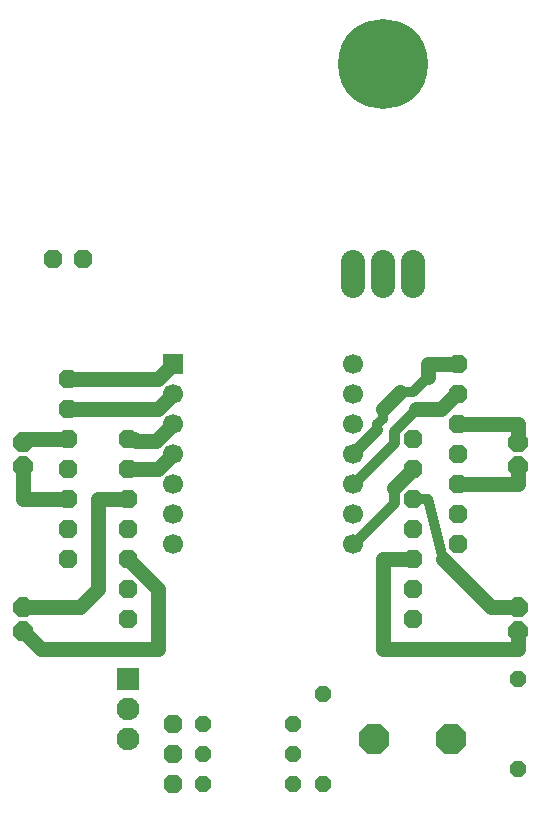
<source format=gbr>
%TF.GenerationSoftware,KiCad,Pcbnew,(6.0.8)*%
%TF.CreationDate,2023-05-05T16:47:41-05:00*%
%TF.ProjectId,MSoRo_v4.0_big_mode_RSC,4d536f52-6f5f-4763-942e-305f6269675f,rev?*%
%TF.SameCoordinates,Original*%
%TF.FileFunction,Copper,L16,Bot*%
%TF.FilePolarity,Positive*%
%FSLAX46Y46*%
G04 Gerber Fmt 4.6, Leading zero omitted, Abs format (unit mm)*
G04 Created by KiCad (PCBNEW (6.0.8)) date 2023-05-05 16:47:41*
%MOMM*%
%LPD*%
G01*
G04 APERTURE LIST*
G04 Aperture macros list*
%AMOutline5P*
0 Free polygon, 5 corners , with rotation*
0 The origin of the aperture is its center*
0 number of corners: always 5*
0 $1 to $10 corner X, Y*
0 $11 Rotation angle, in degrees counterclockwise*
0 create outline with 5 corners*
4,1,5,$1,$2,$3,$4,$5,$6,$7,$8,$9,$10,$1,$2,$11*%
%AMOutline6P*
0 Free polygon, 6 corners , with rotation*
0 The origin of the aperture is its center*
0 number of corners: always 6*
0 $1 to $12 corner X, Y*
0 $13 Rotation angle, in degrees counterclockwise*
0 create outline with 6 corners*
4,1,6,$1,$2,$3,$4,$5,$6,$7,$8,$9,$10,$11,$12,$1,$2,$13*%
%AMOutline7P*
0 Free polygon, 7 corners , with rotation*
0 The origin of the aperture is its center*
0 number of corners: always 7*
0 $1 to $14 corner X, Y*
0 $15 Rotation angle, in degrees counterclockwise*
0 create outline with 7 corners*
4,1,7,$1,$2,$3,$4,$5,$6,$7,$8,$9,$10,$11,$12,$13,$14,$1,$2,$15*%
%AMOutline8P*
0 Free polygon, 8 corners , with rotation*
0 The origin of the aperture is its center*
0 number of corners: always 8*
0 $1 to $16 corner X, Y*
0 $17 Rotation angle, in degrees counterclockwise*
0 create outline with 8 corners*
4,1,8,$1,$2,$3,$4,$5,$6,$7,$8,$9,$10,$11,$12,$13,$14,$15,$16,$1,$2,$17*%
G04 Aperture macros list end*
%TA.AperFunction,ComponentPad*%
%ADD10Outline8P,-0.800100X0.331412X-0.331412X0.800100X0.331412X0.800100X0.800100X0.331412X0.800100X-0.331412X0.331412X-0.800100X-0.331412X-0.800100X-0.800100X-0.331412X0.000000*%
%TD*%
%TA.AperFunction,ComponentPad*%
%ADD11C,1.700000*%
%TD*%
%TA.AperFunction,ComponentPad*%
%ADD12R,1.700000X1.700000*%
%TD*%
%TA.AperFunction,ComponentPad*%
%ADD13C,7.620000*%
%TD*%
%TA.AperFunction,ComponentPad*%
%ADD14O,2.032000X4.064000*%
%TD*%
%TA.AperFunction,ComponentPad*%
%ADD15Outline8P,-0.660400X0.273547X-0.273547X0.660400X0.273547X0.660400X0.660400X0.273547X0.660400X-0.273547X0.273547X-0.660400X-0.273547X-0.660400X-0.660400X-0.273547X180.000000*%
%TD*%
%TA.AperFunction,ComponentPad*%
%ADD16Outline8P,-0.660400X0.273547X-0.273547X0.660400X0.273547X0.660400X0.660400X0.273547X0.660400X-0.273547X0.273547X-0.660400X-0.273547X-0.660400X-0.660400X-0.273547X0.000000*%
%TD*%
%TA.AperFunction,ComponentPad*%
%ADD17Outline8P,-0.660400X0.273547X-0.273547X0.660400X0.273547X0.660400X0.660400X0.273547X0.660400X-0.273547X0.273547X-0.660400X-0.273547X-0.660400X-0.660400X-0.273547X270.000000*%
%TD*%
%TA.AperFunction,ComponentPad*%
%ADD18Outline8P,-0.838200X0.347194X-0.347194X0.838200X0.347194X0.838200X0.838200X0.347194X0.838200X-0.347194X0.347194X-0.838200X-0.347194X-0.838200X-0.838200X-0.347194X90.000000*%
%TD*%
%TA.AperFunction,ComponentPad*%
%ADD19Outline8P,-0.660400X0.273547X-0.273547X0.660400X0.273547X0.660400X0.660400X0.273547X0.660400X-0.273547X0.273547X-0.660400X-0.273547X-0.660400X-0.660400X-0.273547X90.000000*%
%TD*%
%TA.AperFunction,ComponentPad*%
%ADD20Outline8P,-1.270000X0.526051X-0.526051X1.270000X0.526051X1.270000X1.270000X0.526051X1.270000X-0.526051X0.526051X-1.270000X-0.526051X-1.270000X-1.270000X-0.526051X0.000000*%
%TD*%
%TA.AperFunction,ComponentPad*%
%ADD21C,1.930400*%
%TD*%
%TA.AperFunction,ComponentPad*%
%ADD22R,1.930400X1.930400*%
%TD*%
%TA.AperFunction,Conductor*%
%ADD23C,1.270000*%
%TD*%
%TA.AperFunction,Conductor*%
%ADD24C,0.812800*%
%TD*%
%TA.AperFunction,Conductor*%
%ADD25C,0.889000*%
%TD*%
%TA.AperFunction,Conductor*%
%ADD26C,1.016000*%
%TD*%
G04 APERTURE END LIST*
D10*
%TO.P,PAD1,1*%
%TO.N,VCC*%
X165011100Y-106908600D03*
%TD*%
%TO.P,PAD10,1*%
%TO.N,VCCM3*%
X161201100Y-108178600D03*
%TD*%
%TO.P,PAD11,1*%
%TO.N,GND*%
X161201100Y-105638600D03*
%TD*%
%TO.P,PAD12,1*%
%TO.N,GNDM3*%
X161201100Y-103098600D03*
%TD*%
%TO.P,PAD13,1*%
%TO.N,IN6*%
X161201100Y-100558600D03*
%TD*%
%TO.P,PAD14,1*%
%TO.N,IN5*%
X161201100Y-98018600D03*
%TD*%
%TO.P,PAD15,1*%
%TO.N,VCC*%
X137071100Y-113258600D03*
%TD*%
%TO.P,PAD16,1*%
%TO.N,N/C*%
X137071100Y-110718600D03*
%TD*%
%TO.P,PAD17,1*%
%TO.N,VCCM2*%
X137071100Y-108178600D03*
%TD*%
%TO.P,PAD18,1*%
%TO.N,GND*%
X137071100Y-105638600D03*
%TD*%
%TO.P,PAD19,1*%
%TO.N,GNDM2*%
X137071100Y-103098600D03*
%TD*%
%TO.P,PAD2,1*%
%TO.N,N/C*%
X165011100Y-104368600D03*
%TD*%
%TO.P,PAD20,1*%
%TO.N,IN4*%
X137071100Y-100558600D03*
%TD*%
%TO.P,PAD21,1*%
%TO.N,IN3*%
X137071100Y-98018600D03*
%TD*%
%TO.P,PAD22,1*%
%TO.N,VCC*%
X131991100Y-108178600D03*
%TD*%
%TO.P,PAD23,1*%
%TO.N,N/C*%
X131991100Y-105638600D03*
%TD*%
%TO.P,PAD24,1*%
%TO.N,VCCM1*%
X131991100Y-103098600D03*
%TD*%
%TO.P,PAD25,1*%
%TO.N,GND*%
X131991100Y-100558600D03*
%TD*%
%TO.P,PAD26,1*%
%TO.N,GNDM1*%
X131991100Y-98018600D03*
%TD*%
%TO.P,PAD27,1*%
%TO.N,IN2*%
X131991100Y-95478600D03*
%TD*%
%TO.P,PAD28,1*%
%TO.N,IN1*%
X131991100Y-92938600D03*
%TD*%
%TO.P,PAD3,1*%
%TO.N,VCCM4*%
X165011100Y-101828600D03*
%TD*%
%TO.P,PAD37,1*%
%TO.N,VCC*%
X133261100Y-82778600D03*
%TD*%
%TO.P,PAD38,1*%
%TO.N,GND*%
X130721100Y-82778600D03*
%TD*%
%TO.P,PAD4,1*%
%TO.N,GND*%
X165011100Y-99288600D03*
%TD*%
%TO.P,PAD5,1*%
%TO.N,GNDM4*%
X165011100Y-96748600D03*
%TD*%
%TO.P,PAD6,1*%
%TO.N,IN8*%
X165011100Y-94208600D03*
%TD*%
%TO.P,PAD7,1*%
%TO.N,IN7*%
X165011100Y-91668600D03*
%TD*%
%TO.P,PAD8,1*%
%TO.N,VCC*%
X161201100Y-113258600D03*
%TD*%
%TO.P,PAD9,1*%
%TO.N,N/C*%
X161201100Y-110718600D03*
%TD*%
D11*
%TO.P,U1,14*%
%TO.N,VCC5V*%
X156121100Y-91668600D03*
%TO.P,U1,13*%
%TO.N,GND*%
X156121100Y-94208600D03*
%TO.P,U1,12*%
%TO.N,N/C*%
X156121100Y-96748600D03*
%TO.P,U1,11*%
%TO.N,IN7*%
X156121100Y-99288600D03*
%TO.P,U1,10*%
%TO.N,IN8*%
X156121100Y-101828600D03*
%TO.P,U1,9*%
%TO.N,IN5*%
X156121100Y-104368600D03*
%TO.P,U1,8*%
%TO.N,IN6*%
X156121100Y-106908600D03*
%TO.P,U1,7*%
%TO.N,N/C*%
X140881100Y-106908600D03*
%TO.P,U1,6*%
%TO.N,SCL*%
X140881100Y-104368600D03*
%TO.P,U1,5*%
%TO.N,SDA*%
X140881100Y-101828600D03*
%TO.P,U1,4*%
%TO.N,IN4*%
X140881100Y-99288600D03*
%TO.P,U1,3*%
%TO.N,IN3*%
X140881100Y-96748600D03*
%TO.P,U1,2*%
%TO.N,IN2*%
X140881100Y-94208600D03*
D12*
%TO.P,U1,1*%
%TO.N,IN1*%
X140881100Y-91668600D03*
%TD*%
D13*
%TO.P,U2,HEAT*%
%TO.N,GND*%
X158661100Y-66268600D03*
D14*
%TO.P,U2,3*%
%TO.N,VCC5V*%
X161201100Y-84048600D03*
%TO.P,U2,2*%
%TO.N,GND*%
X158661100Y-84048600D03*
%TO.P,U2,1*%
%TO.N,VCC*%
X156121100Y-84048600D03*
%TD*%
D10*
%TO.P,PAD39,1*%
%TO.N,VOUT*%
X140881100Y-122148600D03*
%TD*%
%TO.P,PAD40,1*%
%TO.N,GND*%
X140881100Y-124688600D03*
%TD*%
%TO.P,PAD41,1*%
%TO.N,REFV*%
X140881100Y-127228600D03*
%TD*%
D15*
%TO.P,R1,2*%
%TO.N,GND*%
X143421100Y-122148600D03*
%TO.P,R1,1*%
%TO.N,REFV*%
X151041100Y-122148600D03*
%TD*%
D16*
%TO.P,R2,2*%
%TO.N,VCC*%
X151041100Y-127228600D03*
%TO.P,R2,1*%
%TO.N,SERIES*%
X143421100Y-127228600D03*
%TD*%
%TO.P,R3,2*%
%TO.N,REFV*%
X151041100Y-124688600D03*
%TO.P,R3,1*%
%TO.N,SERIES*%
X143421100Y-124688600D03*
%TD*%
D17*
%TO.P,R4,2*%
%TO.N,VCC*%
X153581100Y-127228600D03*
%TO.P,R4,1*%
%TO.N,VOUT*%
X153581100Y-119608600D03*
%TD*%
D18*
%TO.P,P1,1*%
%TO.N,GNDM1*%
X128181100Y-98288600D03*
%TO.P,P1,2*%
%TO.N,VCCM1*%
X128181100Y-100288600D03*
%TD*%
%TO.P,P2,1*%
%TO.N,GNDM2*%
X128181100Y-112258600D03*
%TO.P,P2,2*%
%TO.N,VCCM2*%
X128181100Y-114258600D03*
%TD*%
%TO.P,P3,1*%
%TO.N,GNDM3*%
X170091100Y-112258600D03*
%TO.P,P3,2*%
%TO.N,VCCM3*%
X170091100Y-114258600D03*
%TD*%
%TO.P,P4,1*%
%TO.N,GNDM4*%
X170091100Y-98288600D03*
%TO.P,P4,2*%
%TO.N,VCCM4*%
X170091100Y-100288600D03*
%TD*%
D19*
%TO.P,R5,2*%
%TO.N,VCC*%
X170091100Y-118338600D03*
%TO.P,R5,1*%
%TO.N,BPOS*%
X170091100Y-125958600D03*
%TD*%
D20*
%TO.P,SP1,2*%
%TO.N,BPOS*%
X164452300Y-123418600D03*
%TO.P,SP1,1*%
%TO.N,DRAIN*%
X157949900Y-123418600D03*
%TD*%
D21*
%TO.P,Q1,3*%
%TO.N,VOUT*%
X137071100Y-123418600D03*
%TO.P,Q1,2*%
%TO.N,DRAIN*%
X137071100Y-120878600D03*
D22*
%TO.P,Q1,1*%
%TO.N,GND*%
X137071100Y-118338600D03*
%TD*%
D23*
%TO.N,VCCM4*%
X170091100Y-101828600D02*
X165011100Y-101828600D01*
X170091100Y-100288600D02*
X170091100Y-101828600D01*
%TO.N,GNDM4*%
X170091100Y-96748600D02*
X165011100Y-96748600D01*
X170091100Y-98288600D02*
X170091100Y-96748600D01*
%TO.N,VCCM3*%
X158661100Y-108178600D02*
X161201100Y-108178600D01*
X158661100Y-115798600D02*
X158661100Y-108178600D01*
X170091100Y-115798600D02*
X158661100Y-115798600D01*
X170091100Y-114258600D02*
X170091100Y-115798600D01*
D24*
%TO.N,GNDM3*%
X162471100Y-103098600D02*
X161201100Y-103098600D01*
X163741100Y-108178600D02*
X162471100Y-103098600D01*
D23*
X167821100Y-112258600D02*
X163741100Y-108178600D01*
X170091100Y-112258600D02*
X167821100Y-112258600D01*
%TO.N,VCCM2*%
X139611100Y-110718600D02*
X137071100Y-108178600D01*
X139611100Y-115798600D02*
X139611100Y-110718600D01*
X129721100Y-115798600D02*
X139611100Y-115798600D01*
X128181100Y-114258600D02*
X129721100Y-115798600D01*
%TO.N,GNDM2*%
X132991100Y-112258600D02*
X134531100Y-110718600D01*
X134531100Y-103098600D02*
X137071100Y-103098600D01*
X134531100Y-110718600D02*
X134531100Y-103098600D01*
X128181100Y-112258600D02*
X132991100Y-112258600D01*
%TO.N,VCCM1*%
X128181100Y-103098600D02*
X131991100Y-103098600D01*
X128181100Y-100288600D02*
X128181100Y-103098600D01*
%TO.N,GNDM1*%
X128451100Y-98018600D02*
X131991100Y-98018600D01*
X128181100Y-98288600D02*
X128451100Y-98018600D01*
%TO.N,IN2*%
X139611100Y-95478600D02*
X131991100Y-95478600D01*
X140881100Y-94208600D02*
X139611100Y-95478600D01*
%TO.N,IN1*%
X139611100Y-92938600D02*
X131991100Y-92938600D01*
X140881100Y-91668600D02*
X139611100Y-92938600D01*
%TO.N,IN4*%
X139611100Y-100558600D02*
X137071100Y-100558600D01*
X140881100Y-99288600D02*
X139611100Y-100558600D01*
%TO.N,IN3*%
X139458700Y-98171000D02*
X137751918Y-98171000D01*
X140881100Y-96748600D02*
X139458700Y-98171000D01*
X137599518Y-98018600D02*
X137751918Y-98171000D01*
X137071100Y-98018600D02*
X137599518Y-98018600D01*
D25*
%TO.N,IN6*%
X159613600Y-103416100D02*
X159613600Y-102146100D01*
D23*
X159613600Y-102146100D02*
X161201100Y-100558600D01*
D25*
X156121100Y-106908600D02*
X159613600Y-103416100D01*
D23*
%TO.N,IN8*%
X161496031Y-95478600D02*
X163588700Y-95478600D01*
D25*
X159613600Y-98336100D02*
X159613600Y-97361032D01*
D23*
X163588700Y-95478600D02*
X164858700Y-94208600D01*
D25*
X159613600Y-97361032D02*
X161496031Y-95478600D01*
X156121100Y-101828600D02*
X159613600Y-98336100D01*
D23*
%TO.N,IN7*%
X162471100Y-91668600D02*
X164858700Y-91668600D01*
X162471100Y-92786200D02*
X162471100Y-91668600D01*
D24*
X161201100Y-94056200D02*
X162471100Y-92786200D01*
X160083500Y-94056200D02*
X161201100Y-94056200D01*
D23*
X158661100Y-95478600D02*
X160083500Y-94056200D01*
D24*
X158661100Y-96301950D02*
X158661100Y-95478600D01*
X158191200Y-96771850D02*
X158661100Y-96301950D01*
X158191200Y-97218500D02*
X158191200Y-96771850D01*
D26*
X156121100Y-99288600D02*
X158191200Y-97218500D01*
%TD*%
M02*

</source>
